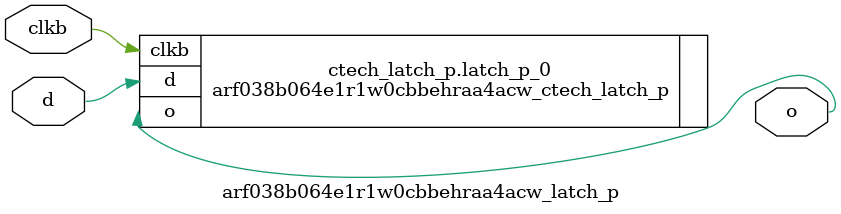
<source format=sv>

`ifndef ARF038B064E1R1W0CBBEHRAA4ACW_LATCH_P_SV
`define ARF038B064E1R1W0CBBEHRAA4ACW_LATCH_P_SV

module arf038b064e1r1w0cbbehraa4acw_latch_p #
(
  parameter CTECH = 1
)
(
  output logic o,
  input  logic d,
  input  logic clkb
);

  if (CTECH == 1) begin: ctech_latch_p
    arf038b064e1r1w0cbbehraa4acw_ctech_latch_p latch_p_0 (.o(o),.d(d),.clkb(clkb));
  end
  else begin
    always_latch begin
      if (~clkb) begin
        o <= d;
      end
    end
  end

endmodule // arf038b064e1r1w0cbbehraa4acw_latch_p

`endif // ARF038B064E1R1W0CBBEHRAA4ACW_LATCH_P_SV
</source>
